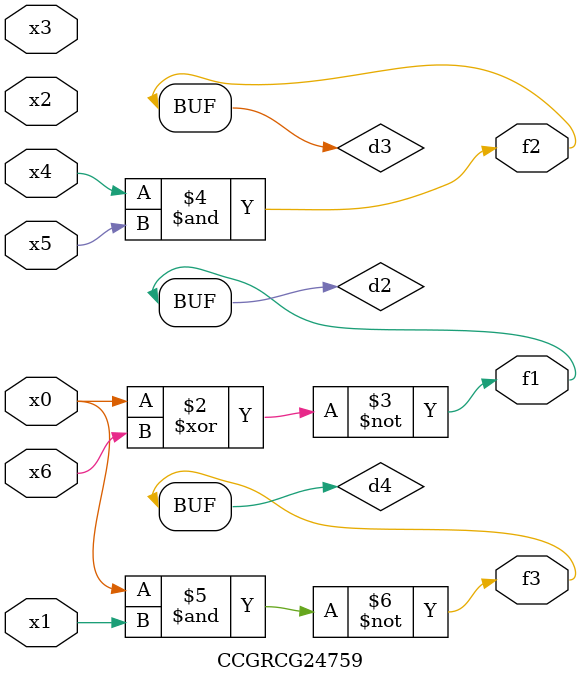
<source format=v>
module CCGRCG24759(
	input x0, x1, x2, x3, x4, x5, x6,
	output f1, f2, f3
);

	wire d1, d2, d3, d4;

	nor (d1, x0);
	xnor (d2, x0, x6);
	and (d3, x4, x5);
	nand (d4, x0, x1);
	assign f1 = d2;
	assign f2 = d3;
	assign f3 = d4;
endmodule

</source>
